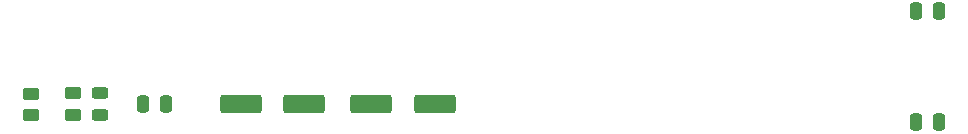
<source format=gbr>
%TF.GenerationSoftware,KiCad,Pcbnew,(6.0.0-0)*%
%TF.CreationDate,2022-12-13T21:11:07-05:00*%
%TF.ProjectId,power-module,706f7765-722d-46d6-9f64-756c652e6b69,rev?*%
%TF.SameCoordinates,Original*%
%TF.FileFunction,Paste,Top*%
%TF.FilePolarity,Positive*%
%FSLAX46Y46*%
G04 Gerber Fmt 4.6, Leading zero omitted, Abs format (unit mm)*
G04 Created by KiCad (PCBNEW (6.0.0-0)) date 2022-12-13 21:11:07*
%MOMM*%
%LPD*%
G01*
G04 APERTURE LIST*
G04 Aperture macros list*
%AMRoundRect*
0 Rectangle with rounded corners*
0 $1 Rounding radius*
0 $2 $3 $4 $5 $6 $7 $8 $9 X,Y pos of 4 corners*
0 Add a 4 corners polygon primitive as box body*
4,1,4,$2,$3,$4,$5,$6,$7,$8,$9,$2,$3,0*
0 Add four circle primitives for the rounded corners*
1,1,$1+$1,$2,$3*
1,1,$1+$1,$4,$5*
1,1,$1+$1,$6,$7*
1,1,$1+$1,$8,$9*
0 Add four rect primitives between the rounded corners*
20,1,$1+$1,$2,$3,$4,$5,0*
20,1,$1+$1,$4,$5,$6,$7,0*
20,1,$1+$1,$6,$7,$8,$9,0*
20,1,$1+$1,$8,$9,$2,$3,0*%
G04 Aperture macros list end*
%ADD10RoundRect,0.250000X0.450000X-0.262500X0.450000X0.262500X-0.450000X0.262500X-0.450000X-0.262500X0*%
%ADD11RoundRect,0.243750X0.456250X-0.243750X0.456250X0.243750X-0.456250X0.243750X-0.456250X-0.243750X0*%
%ADD12RoundRect,0.250000X-1.500000X-0.550000X1.500000X-0.550000X1.500000X0.550000X-1.500000X0.550000X0*%
%ADD13RoundRect,0.250000X-0.250000X-0.475000X0.250000X-0.475000X0.250000X0.475000X-0.250000X0.475000X0*%
%ADD14RoundRect,0.250000X0.250000X0.475000X-0.250000X0.475000X-0.250000X-0.475000X0.250000X-0.475000X0*%
G04 APERTURE END LIST*
D10*
%TO.C,R2*%
X64770000Y-81181500D03*
X64770000Y-79356500D03*
%TD*%
%TO.C,R1*%
X68326000Y-81176500D03*
X68326000Y-79351500D03*
%TD*%
D11*
%TO.C,D1*%
X70612000Y-81201500D03*
X70612000Y-79326500D03*
%TD*%
D12*
%TO.C,C5*%
X82484000Y-80264000D03*
X87884000Y-80264000D03*
%TD*%
%TO.C,C4*%
X93566000Y-80264000D03*
X98966000Y-80264000D03*
%TD*%
D13*
%TO.C,C3*%
X74234000Y-80264000D03*
X76134000Y-80264000D03*
%TD*%
D14*
%TO.C,C2*%
X139700000Y-72390000D03*
X141600000Y-72390000D03*
%TD*%
%TO.C,C1*%
X141600000Y-81788000D03*
X139700000Y-81788000D03*
%TD*%
M02*

</source>
